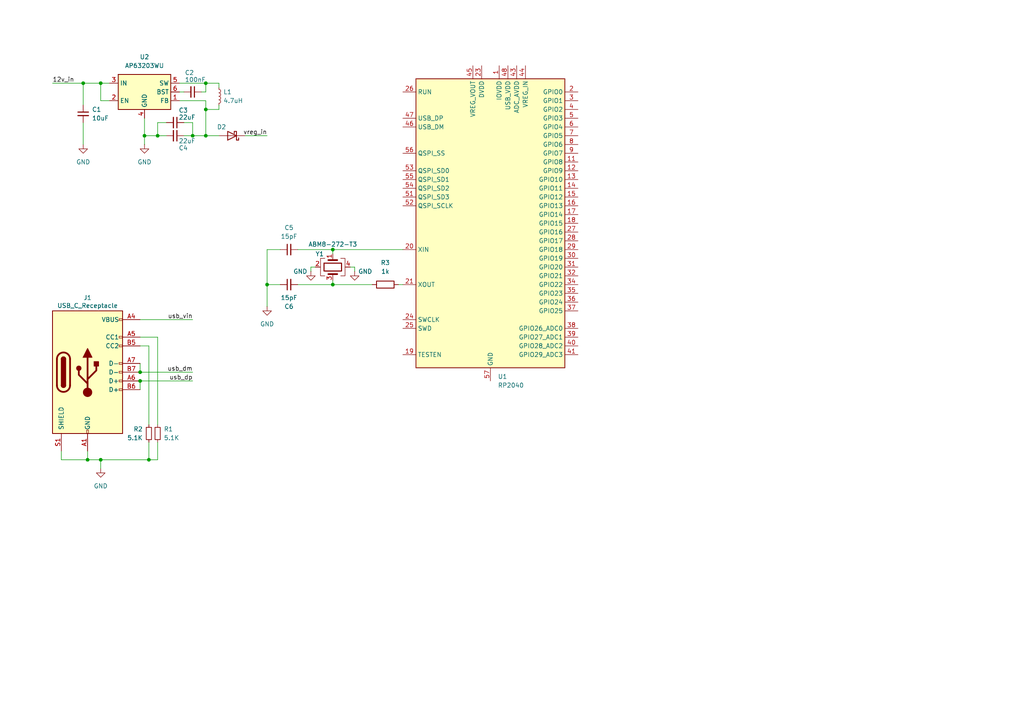
<source format=kicad_sch>
(kicad_sch (version 20250114) (generator "eeschema") (generator_version "9.0")
  (paper "A4")
  (lib_symbols
    (symbol "Connector:USB_C_Receptacle_USB2.0_14P" (pin_names (offset 1.016))
      (property "Reference" "J" (at 0 22.225 0))
      (property "Value" "USB_C_Receptacle_USB2.0_14P" (at 0 19.685 0))
      (symbol "USB_C_Receptacle_USB2.0_14P_0_0"
        (rectangle (start -0.254 -17.78) (end 0.254 -16.764))
        (rectangle (start 10.16 15.494) (end 9.144 14.986))
        (rectangle (start 10.16 10.414) (end 9.144 9.906))
        (rectangle (start 10.16 7.874) (end 9.144 7.366))
        (rectangle (start 10.16 2.794) (end 9.144 2.286))
        (rectangle (start 10.16 0.254) (end 9.144 -0.254))
        (rectangle (start 10.16 -2.286) (end 9.144 -2.794))
        (rectangle (start 10.16 -4.826) (end 9.144 -5.334))
      )
      (symbol "USB_C_Receptacle_USB2.0_14P_0_1"
        (rectangle (start -10.16 17.78) (end 10.16 -17.78) (stroke (width 0.254)) (fill (type background)))
        (polyline (pts (xy -8.89 -3.81) (xy -8.89 3.81)) (stroke (width 0.508)))
        (rectangle (start -7.62 -3.81) (end -6.35 3.81) (stroke (width 0.254)) (fill (type outline)))
        (arc (start -7.62 3.81) (mid -6.985 4.4423) (end -6.35 3.81) (stroke (width 0.254)) (fill (type outline)))
        (arc (start -7.62 3.81) (mid -6.985 4.4423) (end -6.35 3.81) (stroke (width 0.254)))
        (arc (start -8.89 3.81) (mid -6.985 5.7067) (end -5.08 3.81) (stroke (width 0.508)))
        (arc (start -5.08 -3.81) (mid -6.985 -5.7067) (end -8.89 -3.81) (stroke (width 0.508)))
        (arc (start -6.35 -3.81) (mid -6.985 -4.4423) (end -7.62 -3.81) (stroke (width 0.254)) (fill (type outline)))
        (arc (start -6.35 -3.81) (mid -6.985 -4.4423) (end -7.62 -3.81) (stroke (width 0.254)))
        (polyline (pts (xy -5.08 3.81) (xy -5.08 -3.81)) (stroke (width 0.508)))
        (circle (center -2.54 1.143) (radius 0.635) (stroke (width 0.254)) (fill (type outline)))
        (polyline (pts (xy -1.27 4.318) (xy 0 6.858) (xy 1.27 4.318) (xy -1.27 4.318)) (stroke (width 0.254)) (fill (type outline)))
        (polyline (pts (xy 0 -2.032) (xy 2.54 0.508) (xy 2.54 1.778)) (stroke (width 0.508)))
        (polyline (pts (xy 0 -3.302) (xy -2.54 -0.762) (xy -2.54 0.508)) (stroke (width 0.508)))
        (polyline (pts (xy 0 -5.842) (xy 0 4.318)) (stroke (width 0.508)))
        (circle (center 0 -5.842) (radius 1.27) (fill (type outline)))
        (rectangle (start 1.905 1.778) (end 3.175 3.048) (stroke (width 0.254)) (fill (type outline)))
      )
      (symbol "USB_C_Receptacle_USB2.0_14P_1_1"
        (pin passive line (at -7.62 -22.86 90) (length 5.08) (name "SHIELD") (number "S1"))
        (pin passive line (at 0 -22.86 90) (length 5.08) (name "GND") (number "A1"))
        (pin passive line (at 0 -22.86 90) (length 5.08) (hide yes) (name "GND") (number "A12"))
        (pin passive line (at 0 -22.86 90) (length 5.08) (hide yes) (name "GND") (number "B1"))
        (pin passive line (at 0 -22.86 90) (length 5.08) (hide yes) (name "GND") (number "B12"))
        (pin passive line (at 15.24 15.24 180) (length 5.08) (name "VBUS") (number "A4"))
        (pin passive line (at 15.24 15.24 180) (length 5.08) (hide yes) (name "VBUS") (number "A9"))
        (pin passive line (at 15.24 15.24 180) (length 5.08) (hide yes) (name "VBUS") (number "B4"))
        (pin passive line (at 15.24 15.24 180) (length 5.08) (hide yes) (name "VBUS") (number "B9"))
        (pin bidirectional line (at 15.24 10.16 180) (length 5.08) (name "CC1") (number "A5"))
        (pin bidirectional line (at 15.24 7.62 180) (length 5.08) (name "CC2") (number "B5"))
        (pin bidirectional line (at 15.24 2.54 180) (length 5.08) (name "D-") (number "A7"))
        (pin bidirectional line (at 15.24 0 180) (length 5.08) (name "D-") (number "B7"))
        (pin bidirectional line (at 15.24 -2.54 180) (length 5.08) (name "D+") (number "A6"))
        (pin bidirectional line (at 15.24 -5.08 180) (length 5.08) (name "D+") (number "B6"))
      )
    )
    (symbol "Device:C_Small" (pin_numbers (hide yes)) (pin_names (offset 0.254) (hide yes))
      (property "Reference" "C" (at 0.254 1.778 0))
      (property "Value" "C_Small" (at 0.254 -2.032 0))
      (symbol "C_Small_0_1"
        (polyline (pts (xy -1.524 0.508) (xy 1.524 0.508)) (stroke (width 0.3048)))
        (polyline (pts (xy -1.524 -0.508) (xy 1.524 -0.508)) (stroke (width 0.3302)))
      )
      (symbol "C_Small_1_1"
        (pin passive line (at 0 2.54 270) (length 2.032) (name "~") (number "1"))
        (pin passive line (at 0 -2.54 90) (length 2.032) (name "~") (number "2"))
      )
    )
    (symbol "Device:Crystal_GND24" (pin_names (offset 1.016) (hide yes))
      (property "Reference" "Y" (at 3.175 5.08 0))
      (property "Value" "Crystal_GND24" (at 3.175 3.175 0))
      (symbol "Crystal_GND24_0_1"
        (polyline (pts (xy -2.54 2.286) (xy -2.54 3.556) (xy 2.54 3.556) (xy 2.54 2.286)))
        (polyline (pts (xy -2.54 0) (xy -2.032 0)))
        (polyline (pts (xy -2.54 -2.286) (xy -2.54 -3.556) (xy 2.54 -3.556) (xy 2.54 -2.286)))
        (polyline (pts (xy -2.032 -1.27) (xy -2.032 1.27)) (stroke (width 0.508)))
        (rectangle (start -1.143 2.54) (end 1.143 -2.54) (stroke (width 0.3048)))
        (polyline (pts (xy 0 3.556) (xy 0 3.81)))
        (polyline (pts (xy 0 -3.81) (xy 0 -3.556)))
        (polyline (pts (xy 2.032 0) (xy 2.54 0)))
        (polyline (pts (xy 2.032 -1.27) (xy 2.032 1.27)) (stroke (width 0.508)))
      )
      (symbol "Crystal_GND24_1_1"
        (pin passive line (at -3.81 0 0) (length 1.27) (name "1") (number "1"))
        (pin passive line (at 0 5.08 270) (length 1.27) (name "2") (number "2"))
        (pin passive line (at 0 -5.08 90) (length 1.27) (name "4") (number "4"))
        (pin passive line (at 3.81 0 180) (length 1.27) (name "3") (number "3"))
      )
    )
    (symbol "Device:D_Schottky" (pin_numbers (hide yes)) (pin_names (offset 1.016) (hide yes))
      (property "Reference" "D" (at 0 2.54 0))
      (property "Value" "D_Schottky" (at 0 -2.54 0))
      (symbol "D_Schottky_0_1"
        (polyline (pts (xy -1.905 0.635) (xy -1.905 1.27) (xy -1.27 1.27) (xy -1.27 -1.27) (xy -0.635 -1.27) (xy -0.635 -0.635)) (stroke (width 0.254)))
        (polyline (pts (xy 1.27 1.27) (xy 1.27 -1.27) (xy -1.27 0) (xy 1.27 1.27)) (stroke (width 0.254)))
        (polyline (pts (xy 1.27 0) (xy -1.27 0)))
      )
      (symbol "D_Schottky_1_1"
        (pin passive line (at -3.81 0 0) (length 2.54) (name "K") (number "1"))
        (pin passive line (at 3.81 0 180) (length 2.54) (name "A") (number "2"))
      )
    )
    (symbol "Device:L_Small" (pin_numbers (hide yes)) (pin_names (offset 0.254) (hide yes))
      (property "Reference" "L" (at 0.762 1.016 0))
      (property "Value" "L_Small" (at 0.762 -1.016 0))
      (symbol "L_Small_0_1"
        (arc (start 0 2.032) (mid 0.5058 1.524) (end 0 1.016))
        (arc (start 0 1.016) (mid 0.5058 0.508) (end 0 0))
        (arc (start 0 0) (mid 0.5058 -0.508) (end 0 -1.016))
        (arc (start 0 -1.016) (mid 0.5058 -1.524) (end 0 -2.032))
      )
      (symbol "L_Small_1_1"
        (pin passive line (at 0 2.54 270) (length 0.508) (name "~") (number "1"))
        (pin passive line (at 0 -2.54 90) (length 0.508) (name "~") (number "2"))
      )
    )
    (symbol "Device:R" (pin_numbers (hide yes)) (pin_names (offset 0))
      (property "Reference" "R" (at 2.032 0 90))
      (property "Value" "R" (at 0 0 90))
      (symbol "R_0_1"
        (rectangle (start -1.016 -2.54) (end 1.016 2.54) (stroke (width 0.254)))
      )
      (symbol "R_1_1"
        (pin passive line (at 0 3.81 270) (length 1.27) (name "~") (number "1"))
        (pin passive line (at 0 -3.81 90) (length 1.27) (name "~") (number "2"))
      )
    )
    (symbol "Device:R_Small" (pin_numbers (hide yes)) (pin_names (offset 0.254) (hide yes))
      (property "Reference" "R" (at 0.762 0.508 0))
      (property "Value" "R_Small" (at 0.762 -1.016 0))
      (symbol "R_Small_0_1"
        (rectangle (start -0.762 1.778) (end 0.762 -1.778) (stroke (width 0.2032)))
      )
      (symbol "R_Small_1_1"
        (pin passive line (at 0 2.54 270) (length 0.762) (name "~") (number "1"))
        (pin passive line (at 0 -2.54 90) (length 0.762) (name "~") (number "2"))
      )
    )
    (symbol "MCU_RaspberryPi:RP2040"
      (property "Reference" "U" (at 17.78 45.72 0))
      (property "Value" "RP2040" (at 17.78 43.18 0))
      (symbol "RP2040_0_1"
        (rectangle (start -21.59 41.91) (end 21.59 -41.91) (stroke (width 0.254)) (fill (type background)))
      )
      (symbol "RP2040_1_1"
        (pin input line (at -25.4 38.1 0) (length 3.81) (name "RUN") (number "26"))
        (pin bidirectional line (at -25.4 30.48 0) (length 3.81) (name "USB_DP") (number "47"))
        (pin bidirectional line (at -25.4 27.94 0) (length 3.81) (name "USB_DM") (number "46"))
        (pin bidirectional line (at -25.4 20.32 0) (length 3.81) (name "QSPI_SS") (number "56"))
        (pin bidirectional line (at -25.4 15.24 0) (length 3.81) (name "QSPI_SD0") (number "53"))
        (pin bidirectional line (at -25.4 12.7 0) (length 3.81) (name "QSPI_SD1") (number "55"))
        (pin bidirectional line (at -25.4 10.16 0) (length 3.81) (name "QSPI_SD2") (number "54"))
        (pin bidirectional line (at -25.4 7.62 0) (length 3.81) (name "QSPI_SD3") (number "51"))
        (pin output line (at -25.4 5.08 0) (length 3.81) (name "QSPI_SCLK") (number "52"))
        (pin input line (at -25.4 -7.62 0) (length 3.81) (name "XIN") (number "20"))
        (pin passive line (at -25.4 -17.78 0) (length 3.81) (name "XOUT") (number "21"))
        (pin input line (at -25.4 -27.94 0) (length 3.81) (name "SWCLK") (number "24"))
        (pin bidirectional line (at -25.4 -30.48 0) (length 3.81) (name "SWD") (number "25"))
        (pin input line (at -25.4 -38.1 0) (length 3.81) (name "TESTEN") (number "19"))
        (pin power_out line (at -5.08 45.72 270) (length 3.81) (name "VREG_VOUT") (number "45"))
        (pin power_in line (at -2.54 45.72 270) (length 3.81) (name "DVDD") (number "23"))
        (pin passive line (at -2.54 45.72 270) (length 3.81) (hide yes) (name "DVDD") (number "50"))
        (pin power_in line (at 0 -45.72 90) (length 3.81) (name "GND") (number "57"))
        (pin power_in line (at 2.54 45.72 270) (length 3.81) (name "IOVDD") (number "1"))
        (pin passive line (at 2.54 45.72 270) (length 3.81) (hide yes) (name "IOVDD") (number "10"))
        (pin passive line (at 2.54 45.72 270) (length 3.81) (hide yes) (name "IOVDD") (number "22"))
        (pin passive line (at 2.54 45.72 270) (length 3.81) (hide yes) (name "IOVDD") (number "33"))
        (pin passive line (at 2.54 45.72 270) (length 3.81) (hide yes) (name "IOVDD") (number "42"))
        (pin passive line (at 2.54 45.72 270) (length 3.81) (hide yes) (name "IOVDD") (number "49"))
        (pin power_in line (at 5.08 45.72 270) (length 3.81) (name "USB_VDD") (number "48"))
        (pin power_in line (at 7.62 45.72 270) (length 3.81) (name "ADC_AVDD") (number "43"))
        (pin power_in line (at 10.16 45.72 270) (length 3.81) (name "VREG_IN") (number "44"))
        (pin bidirectional line (at 25.4 38.1 180) (length 3.81) (name "GPIO0") (number "2"))
        (pin bidirectional line (at 25.4 35.56 180) (length 3.81) (name "GPIO1") (number "3"))
        (pin bidirectional line (at 25.4 33.02 180) (length 3.81) (name "GPIO2") (number "4"))
        (pin bidirectional line (at 25.4 30.48 180) (length 3.81) (name "GPIO3") (number "5"))
        (pin bidirectional line (at 25.4 27.94 180) (length 3.81) (name "GPIO4") (number "6"))
        (pin bidirectional line (at 25.4 25.4 180) (length 3.81) (name "GPIO5") (number "7"))
        (pin bidirectional line (at 25.4 22.86 180) (length 3.81) (name "GPIO6") (number "8"))
        (pin bidirectional line (at 25.4 20.32 180) (length 3.81) (name "GPIO7") (number "9"))
        (pin bidirectional line (at 25.4 17.78 180) (length 3.81) (name "GPIO8") (number "11"))
        (pin bidirectional line (at 25.4 15.24 180) (length 3.81) (name "GPIO9") (number "12"))
        (pin bidirectional line (at 25.4 12.7 180) (length 3.81) (name "GPIO10") (number "13"))
        (pin bidirectional line (at 25.4 10.16 180) (length 3.81) (name "GPIO11") (number "14"))
        (pin bidirectional line (at 25.4 7.62 180) (length 3.81) (name "GPIO12") (number "15"))
        (pin bidirectional line (at 25.4 5.08 180) (length 3.81) (name "GPIO13") (number "16"))
        (pin bidirectional line (at 25.4 2.54 180) (length 3.81) (name "GPIO14") (number "17"))
        (pin bidirectional line (at 25.4 0 180) (length 3.81) (name "GPIO15") (number "18"))
        (pin bidirectional line (at 25.4 -2.54 180) (length 3.81) (name "GPIO16") (number "27"))
        (pin bidirectional line (at 25.4 -5.08 180) (length 3.81) (name "GPIO17") (number "28"))
        (pin bidirectional line (at 25.4 -7.62 180) (length 3.81) (name "GPIO18") (number "29"))
        (pin bidirectional line (at 25.4 -10.16 180) (length 3.81) (name "GPIO19") (number "30"))
        (pin bidirectional line (at 25.4 -12.7 180) (length 3.81) (name "GPIO20") (number "31"))
        (pin bidirectional line (at 25.4 -15.24 180) (length 3.81) (name "GPIO21") (number "32"))
        (pin bidirectional line (at 25.4 -17.78 180) (length 3.81) (name "GPIO22") (number "34"))
        (pin bidirectional line (at 25.4 -20.32 180) (length 3.81) (name "GPIO23") (number "35"))
        (pin bidirectional line (at 25.4 -22.86 180) (length 3.81) (name "GPIO24") (number "36"))
        (pin bidirectional line (at 25.4 -25.4 180) (length 3.81) (name "GPIO25") (number "37"))
        (pin bidirectional line (at 25.4 -30.48 180) (length 3.81) (name "GPIO26_ADC0") (number "38"))
        (pin bidirectional line (at 25.4 -33.02 180) (length 3.81) (name "GPIO27_ADC1") (number "39"))
        (pin bidirectional line (at 25.4 -35.56 180) (length 3.81) (name "GPIO28_ADC2") (number "40"))
        (pin bidirectional line (at 25.4 -38.1 180) (length 3.81) (name "GPIO29_ADC3") (number "41"))
      )
    )
    (symbol "Regulator_Switching:AP63205WU"
      (property "Reference" "U" (at -7.62 6.35 0))
      (property "Value" "AP63205WU" (at 2.54 6.35 0))
      (symbol "AP63205WU_0_1"
        (rectangle (start -7.62 5.08) (end 7.62 -5.08) (stroke (width 0.254)) (fill (type background)))
      )
      (symbol "AP63205WU_1_1"
        (pin power_in line (at -10.16 2.54 0) (length 2.54) (name "IN") (number "3"))
        (pin input line (at -10.16 -2.54 0) (length 2.54) (name "EN") (number "2"))
        (pin power_in line (at 0 -7.62 90) (length 2.54) (name "GND") (number "4"))
        (pin output line (at 10.16 2.54 180) (length 2.54) (name "SW") (number "5"))
        (pin passive line (at 10.16 0 180) (length 2.54) (name "BST") (number "6"))
        (pin input line (at 10.16 -2.54 180) (length 2.54) (name "FB") (number "1"))
      )
    )
    (symbol "power:GND" (power) (pin_numbers (hide yes)) (pin_names (offset 0) (hide yes))
      (property "Value" "GND" (at 0 -3.81 0))
      (symbol "GND_0_1"
        (polyline (pts (xy 0 0) (xy 0 -1.27) (xy 1.27 -1.27) (xy 0 -2.54) (xy -1.27 -1.27) (xy 0 -1.27)))
      )
      (symbol "GND_1_1"
        (pin power_in line (at 0 0 270) (length 0) (name "~") (number "1"))
      )
    )
  )
  (junction (at 43.18 133.35))
  (junction (at 59.69 24.13))
  (junction (at 29.21 133.35))
  (junction (at 45.72 39.37))
  (junction (at 96.52 72.39))
  (junction (at 59.69 39.37))
  (junction (at 55.88 39.37))
  (junction (at 77.47 82.55))
  (junction (at 40.64 110.49))
  (junction (at 96.52 82.55))
  (junction (at 40.64 107.95))
  (junction (at 24.13 24.13))
  (junction (at 41.91 39.37))
  (junction (at 29.21 24.13))
  (junction (at 59.69 31.75))
  (junction (at 25.4 133.35))
  (wire (pts (xy 43.18 128.27) (xy 43.18 133.35)))
  (wire (pts (xy 77.47 72.39) (xy 81.28 72.39)))
  (wire (pts (xy 90.17 78.74) (xy 90.17 77.47)))
  (wire (pts (xy 59.69 24.13) (xy 63.5 24.13)))
  (wire (pts (xy 15.24 24.13) (xy 24.13 24.13)))
  (wire (pts (xy 40.64 105.41) (xy 40.64 107.95)))
  (wire (pts (xy 102.87 77.47) (xy 102.87 78.74)))
  (wire (pts (xy 40.64 110.49) (xy 55.88 110.49)))
  (wire (pts (xy 41.91 34.29) (xy 41.91 39.37)))
  (wire (pts (xy 52.07 26.67) (xy 53.34 26.67)))
  (wire (pts (xy 71.12 39.37) (xy 77.47 39.37)))
  (wire (pts (xy 40.64 100.33) (xy 43.18 100.33)))
  (wire (pts (xy 41.91 39.37) (xy 45.72 39.37)))
  (wire (pts (xy 77.47 82.55) (xy 77.47 88.9)))
  (wire (pts (xy 45.72 39.37) (xy 48.26 39.37)))
  (wire (pts (xy 53.34 39.37) (xy 55.88 39.37)))
  (wire (pts (xy 86.36 72.39) (xy 96.52 72.39)))
  (wire (pts (xy 40.64 107.95) (xy 55.88 107.95)))
  (wire (pts (xy 17.78 133.35) (xy 25.4 133.35)))
  (wire (pts (xy 55.88 39.37) (xy 59.69 39.37)))
  (wire (pts (xy 24.13 24.13) (xy 24.13 30.48)))
  (wire (pts (xy 24.13 24.13) (xy 29.21 24.13)))
  (wire (pts (xy 29.21 133.35) (xy 29.21 135.89)))
  (wire (pts (xy 59.69 24.13) (xy 59.69 26.67)))
  (wire (pts (xy 101.6 77.47) (xy 102.87 77.47)))
  (wire (pts (xy 55.88 35.56) (xy 53.34 35.56)))
  (wire (pts (xy 52.07 29.21) (xy 59.69 29.21)))
  (wire (pts (xy 55.88 39.37) (xy 55.88 35.56)))
  (wire (pts (xy 40.64 92.71) (xy 55.88 92.71)))
  (wire (pts (xy 29.21 133.35) (xy 25.4 133.35)))
  (wire (pts (xy 59.69 31.75) (xy 59.69 39.37)))
  (wire (pts (xy 96.52 82.55) (xy 107.95 82.55)))
  (wire (pts (xy 52.07 24.13) (xy 59.69 24.13)))
  (wire (pts (xy 58.42 26.67) (xy 59.69 26.67)))
  (wire (pts (xy 45.72 97.79) (xy 45.72 123.19)))
  (wire (pts (xy 77.47 82.55) (xy 77.47 72.39)))
  (wire (pts (xy 17.78 130.81) (xy 17.78 133.35)))
  (wire (pts (xy 24.13 35.56) (xy 24.13 41.91)))
  (wire (pts (xy 41.91 39.37) (xy 41.91 41.91)))
  (wire (pts (xy 31.75 29.21) (xy 29.21 29.21)))
  (wire (pts (xy 59.69 29.21) (xy 59.69 31.75)))
  (wire (pts (xy 86.36 82.55) (xy 96.52 82.55)))
  (wire (pts (xy 81.28 82.55) (xy 77.47 82.55)))
  (wire (pts (xy 40.64 110.49) (xy 40.64 113.03)))
  (wire (pts (xy 59.69 39.37) (xy 63.5 39.37)))
  (wire (pts (xy 63.5 24.13) (xy 63.5 25.4)))
  (wire (pts (xy 45.72 35.56) (xy 45.72 39.37)))
  (wire (pts (xy 29.21 29.21) (xy 29.21 24.13)))
  (wire (pts (xy 48.26 35.56) (xy 45.72 35.56)))
  (wire (pts (xy 96.52 81.28) (xy 96.52 82.55)))
  (wire (pts (xy 40.64 97.79) (xy 45.72 97.79)))
  (wire (pts (xy 45.72 128.27) (xy 45.72 133.35)))
  (wire (pts (xy 90.17 77.47) (xy 91.44 77.47)))
  (wire (pts (xy 43.18 133.35) (xy 29.21 133.35)))
  (wire (pts (xy 96.52 72.39) (xy 116.84 72.39)))
  (wire (pts (xy 59.69 31.75) (xy 63.5 31.75)))
  (wire (pts (xy 43.18 100.33) (xy 43.18 123.19)))
  (wire (pts (xy 63.5 30.48) (xy 63.5 31.75)))
  (wire (pts (xy 115.57 82.55) (xy 116.84 82.55)))
  (wire (pts (xy 45.72 133.35) (xy 43.18 133.35)))
  (wire (pts (xy 25.4 130.81) (xy 25.4 133.35)))
  (wire (pts (xy 96.52 72.39) (xy 96.52 73.66)))
  (wire (pts (xy 29.21 24.13) (xy 31.75 24.13)))
  (label "usb_vin" (at 55.88 92.71 180))
  (label "12v_in" (at 15.24 24.13 0))
  (label "vreg_in" (at 77.47 39.37 180))
  (label "usb_dp" (at 55.88 110.49 180))
  (label "usb_dm" (at 55.88 107.95 180))
  (symbol (lib_id "Device:C_Small") (at 83.82 82.55 90) (mirror x) (unit 1)
    (property "Reference" "C6" (at 83.8263 88.9 90))
    (property "Value" "15pF" (at 83.8263 86.36 90))
    (property "Description" "Unpolarized capacitor, small symbol" (effects (hide yes)))
  )
  (symbol (lib_id "Device:D_Schottky") (at 67.31 39.37 180) (unit 1)
    (property "Reference" "D2" (at 64.262 36.83 0))
    (property "Value" "D_Schottky" (effects (hide yes)))
    (property "Description" "Schottky diode" (effects (hide yes)))
  )
  (symbol (lib_id "power:GND") (at 102.87 78.74 0) (unit 1)
    (property "Reference" "#PWR04" (effects (hide yes)))
    (property "Value" "GND" (at 103.886 78.74 0) (effects (justify left)))
    (property "Description" "Power symbol creates a global label with name \"GND\" , ground" (effects (hide yes)))
  )
  (symbol (lib_id "Device:R") (at 111.76 82.55 90) (mirror x) (unit 1)
    (property "Reference" "R3" (at 111.76 76.2 90))
    (property "Value" "1k" (at 111.76 78.74 90))
    (property "Description" "Resistor" (effects (hide yes)))
  )
  (symbol (lib_id "Device:Crystal_GND24") (at 96.52 77.47 90) (mirror x) (unit 1)
    (property "Reference" "Y1" (at 93.98 73.66 90) (effects (justify left)))
    (property "Value" "ABM8-272-T3" (at 96.52 70.866 90))
    (property "Description" "Four pin crystal, GND on pins 2 and 4" (effects (hide yes)))
  )
  (symbol (lib_id "MCU_RaspberryPi:RP2040") (at 142.24 64.77 0) (unit 1)
    (property "Reference" "U1" (at 144.3833 109.22 0) (effects (justify left)))
    (property "Value" "RP2040" (at 144.3833 111.76 0) (effects (justify left)))
    (property "Footprint" "Package_DFN_QFN:QFN-56-1EP_7x7mm_P0.4mm_EP3.2x3.2mm" (effects (hide yes)))
    (property "Datasheet" "https://datasheets.raspberrypi.com/rp2040/rp2040-datasheet.pdf" (effects (hide yes)))
    (property "Description" "A microcontroller by Raspberry Pi" (effects (hide yes)))
  )
  (symbol (lib_id "Device:C_Small") (at 50.8 39.37 270) (unit 1)
    (property "Reference" "C4" (at 51.816 42.926 90) (effects (justify left)))
    (property "Value" "22uF" (at 51.816 40.894 90) (effects (justify left)))
    (property "Description" "Unpolarized capacitor, small symbol" (effects (hide yes)))
  )
  (symbol (lib_id "Device:C_Small") (at 55.88 26.67 270) (unit 1)
    (property "Reference" "C2" (at 53.594 21.082 90) (effects (justify left)))
    (property "Value" "100nF" (at 53.594 23.114 90) (effects (justify left)))
    (property "Description" "Unpolarized capacitor, small symbol" (effects (hide yes)))
  )
  (symbol (lib_id "Device:R_Small") (at 43.18 125.73 0) (mirror x) (unit 1)
    (property "Reference" "R2" (at 41.402 124.46 0) (effects (justify right)))
    (property "Value" "5.1K" (at 41.402 127 0) (effects (justify right)))
    (property "Description" "Resistor, small symbol" (effects (hide yes)))
  )
  (symbol (lib_id "power:GND") (at 24.13 41.91 0) (unit 1)
    (property "Reference" "#PWR03" (effects (hide yes)))
    (property "Value" "GND" (at 24.13 46.99 0))
    (property "Description" "Power symbol creates a global label with name \"GND\" , ground" (effects (hide yes)))
  )
  (symbol (lib_id "Regulator_Switching:AP63205WU") (at 41.91 26.67 0) (unit 1)
    (property "Reference" "U2" (at 41.91 16.51 0))
    (property "Value" "AP63203WU" (at 41.91 19.05 0))
    (property "Footprint" "Package_TO_SOT_SMD:TSOT-23-6" (effects (hide yes)))
    (property "Datasheet" "https://www.diodes.com/assets/Datasheets/AP63200-AP63201-AP63203-AP63205.pdf" (effects (hide yes)))
    (property "Description" "2A, 1.1MHz Buck DC/DC Converter, fixed 5.0V output voltage, TSOT-23-6" (effects (hide yes)))
  )
  (symbol (lib_id "power:GND") (at 29.21 135.89 0) (mirror y) (unit 1)
    (property "Reference" "#PWR02" (effects (hide yes)))
    (property "Value" "GND" (at 29.21 140.97 0))
    (property "Description" "Power symbol creates a global label with name \"GND\" , ground" (effects (hide yes)))
  )
  (symbol (lib_id "Device:C_Small") (at 24.13 33.02 0) (unit 1)
    (property "Reference" "C1" (at 26.67 31.7562 0) (effects (justify left)))
    (property "Value" "10uF" (at 26.67 34.2962 0) (effects (justify left)))
    (property "Description" "Unpolarized capacitor, small symbol" (effects (hide yes)))
  )
  (symbol (lib_id "Device:C_Small") (at 50.8 35.56 270) (mirror x) (unit 1)
    (property "Reference" "C3" (at 51.816 32.004 90) (effects (justify left)))
    (property "Value" "22uF" (at 51.816 34.036 90) (effects (justify left)))
    (property "Description" "Unpolarized capacitor, small symbol" (effects (hide yes)))
  )
  (symbol (lib_id "power:GND") (at 90.17 78.74 0) (mirror y) (unit 1)
    (property "Reference" "#PWR05" (effects (hide yes)))
    (property "Value" "GND" (at 89.154 78.74 0) (effects (justify left)))
    (property "Description" "Power symbol creates a global label with name \"GND\" , ground" (effects (hide yes)))
  )
  (symbol (lib_id "power:GND") (at 41.91 41.91 0) (unit 1)
    (property "Reference" "#PWR01" (effects (hide yes)))
    (property "Value" "GND" (at 41.91 46.99 0))
    (property "Description" "Power symbol creates a global label with name \"GND\" , ground" (effects (hide yes)))
  )
  (symbol (lib_id "Device:L_Small") (at 63.5 27.94 0) (unit 1)
    (property "Reference" "L1" (at 64.77 26.6699 0) (effects (justify left)))
    (property "Value" "4.7uH" (at 64.77 29.2099 0) (effects (justify left)))
    (property "Description" "Inductor, small symbol" (effects (hide yes)))
  )
  (symbol (lib_id "power:GND") (at 77.47 88.9 0) (unit 1)
    (property "Reference" "#PWR06" (effects (hide yes)))
    (property "Value" "GND" (at 77.47 93.98 0))
    (property "Description" "Power symbol creates a global label with name \"GND\" , ground" (effects (hide yes)))
  )
  (symbol (lib_id "Device:C_Small") (at 83.82 72.39 90) (unit 1)
    (property "Reference" "C5" (at 83.8263 66.04 90))
    (property "Value" "15pF" (at 83.8263 68.58 90))
    (property "Description" "Unpolarized capacitor, small symbol" (effects (hide yes)))
  )
  (symbol (lib_id "Connector:USB_C_Receptacle_USB2.0_14P") (at 25.4 107.95 0) (unit 1)
    (property "Reference" "J1" (at 25.4 86.36 0))
    (property "Value" "USB_C_Receptacle" (at 25.4 88.646 0))
    (property "Datasheet" "https://www.usb.org/sites/default/files/documents/usb_type-c.zip" (effects (hide yes)))
    (property "Description" "USB 2.0-only 14P Type-C Receptacle connector" (effects (hide yes)))
  )
  (symbol (lib_id "Device:R_Small") (at 45.72 125.73 180) (unit 1)
    (property "Reference" "R1" (at 47.498 124.46 0) (effects (justify right)))
    (property "Value" "5.1K" (at 47.498 127 0) (effects (justify right)))
    (property "Description" "Resistor, small symbol" (effects (hide yes)))
  )
)
</source>
